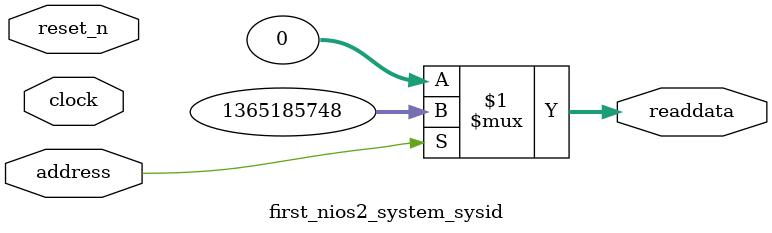
<source format=v>

`timescale 1ns / 1ps
// synthesis translate_on

// turn off superfluous verilog processor warnings 
// altera message_level Level1 
// altera message_off 10034 10035 10036 10037 10230 10240 10030 

module first_nios2_system_sysid (
               // inputs:
                address,
                clock,
                reset_n,

               // outputs:
                readdata
             )
;

  output  [ 31: 0] readdata;
  input            address;
  input            clock;
  input            reset_n;

  wire    [ 31: 0] readdata;
  //control_slave, which is an e_avalon_slave
  assign readdata = address ? 1365185748 : 0;

endmodule




</source>
